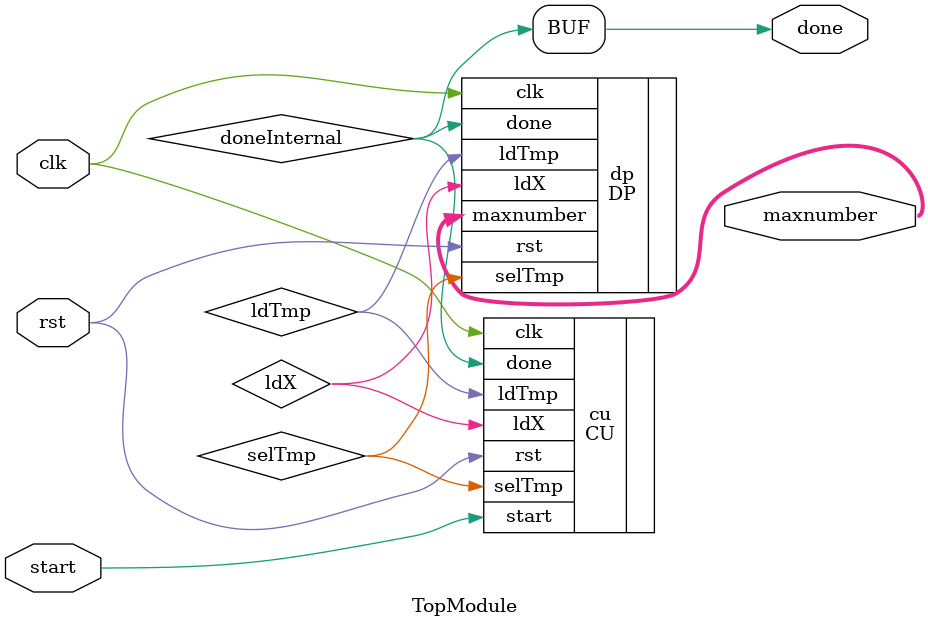
<source format=v>
module TopModule(input clk,
                 rst,
                 start,
                 output done,
                 output [31:0] maxnumber);
    wire ldX, ldTmp, selTmp, doneInternal;
    DP dp(.clk(clk), .rst(rst), .maxnumber(maxnumber), .done(doneInternal), .ldX(ldX), .ldTmp(ldTmp), .selTmp(selTmp));
    CU cu(.clk(clk), .rst(rst), .start(start), .done(doneInternal), .ldX(ldX), .ldTmp(ldTmp), .selTmp(selTmp));
    assign done = doneInternal;
endmodule

</source>
